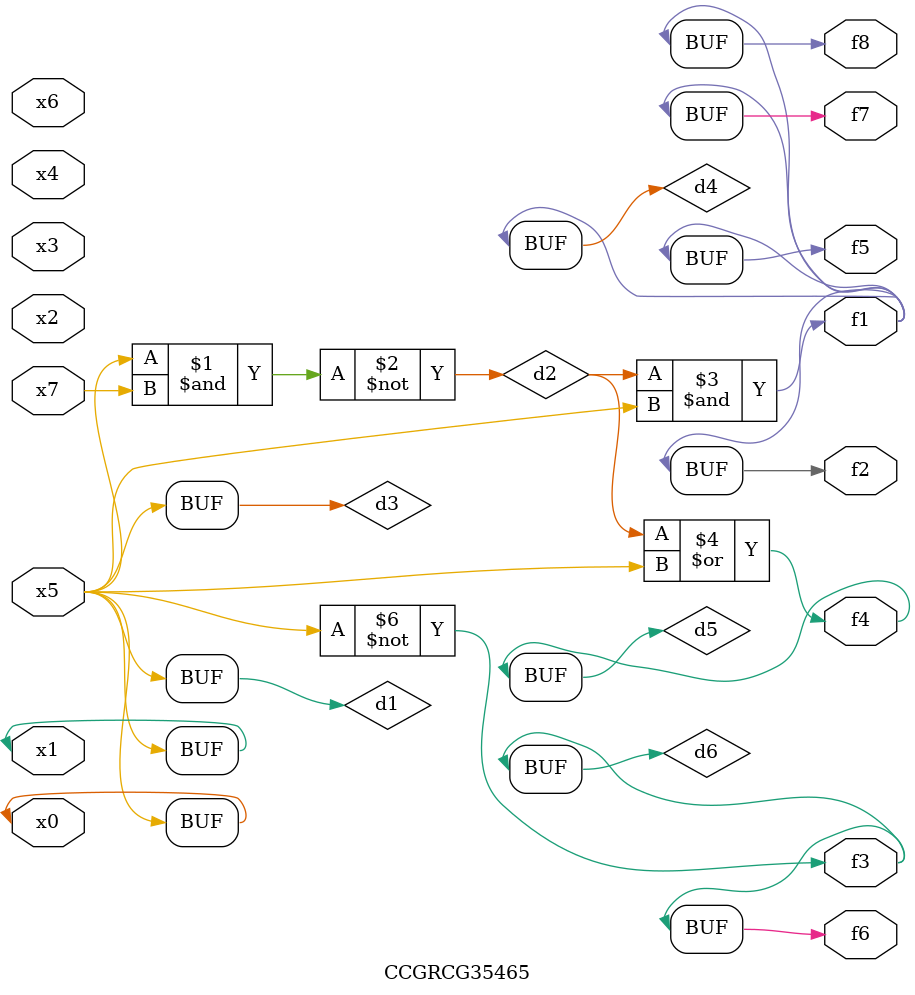
<source format=v>
module CCGRCG35465(
	input x0, x1, x2, x3, x4, x5, x6, x7,
	output f1, f2, f3, f4, f5, f6, f7, f8
);

	wire d1, d2, d3, d4, d5, d6;

	buf (d1, x0, x5);
	nand (d2, x5, x7);
	buf (d3, x0, x1);
	and (d4, d2, d3);
	or (d5, d2, d3);
	nor (d6, d1, d3);
	assign f1 = d4;
	assign f2 = d4;
	assign f3 = d6;
	assign f4 = d5;
	assign f5 = d4;
	assign f6 = d6;
	assign f7 = d4;
	assign f8 = d4;
endmodule

</source>
